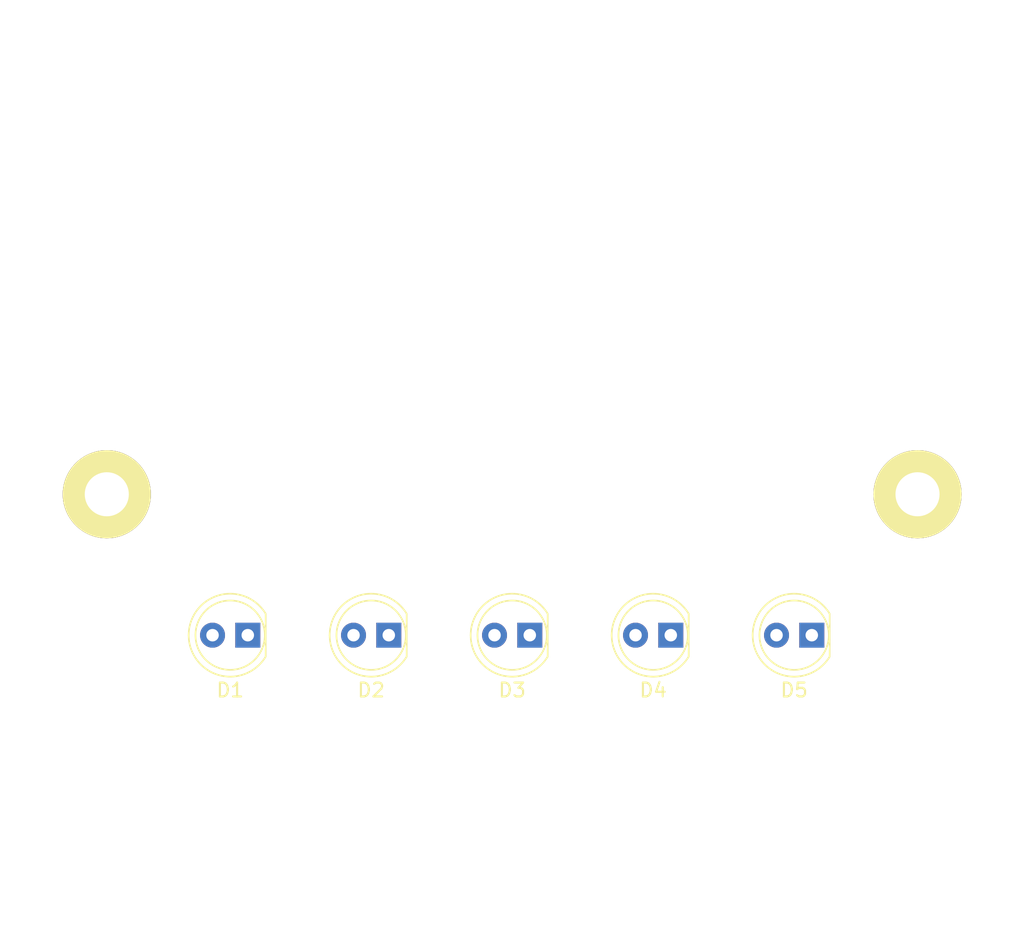
<source format=kicad_pcb>
(kicad_pcb (version 20171130) (host pcbnew "(5.1.5)-3")

  (general
    (thickness 1.6)
    (drawings 41)
    (tracks 0)
    (zones 0)
    (modules 7)
    (nets 11)
  )

  (page A)
  (title_block
    (date 2021-08-02)
  )

  (layers
    (0 F.Cu signal)
    (31 B.Cu signal)
    (32 B.Adhes user)
    (33 F.Adhes user)
    (34 B.Paste user)
    (35 F.Paste user)
    (36 B.SilkS user)
    (37 F.SilkS user)
    (38 B.Mask user)
    (39 F.Mask user)
    (40 Dwgs.User user)
    (41 Cmts.User user)
    (42 Eco1.User user)
    (43 Eco2.User user)
    (44 Edge.Cuts user)
    (45 Margin user)
    (46 B.CrtYd user)
    (47 F.CrtYd user)
    (48 B.Fab user)
    (49 F.Fab user)
  )

  (setup
    (last_trace_width 0.25)
    (trace_clearance 0.2)
    (zone_clearance 0.508)
    (zone_45_only no)
    (trace_min 0.2)
    (via_size 0.8)
    (via_drill 0.4)
    (via_min_size 0.4)
    (via_min_drill 0.3)
    (uvia_size 0.3)
    (uvia_drill 0.1)
    (uvias_allowed no)
    (uvia_min_size 0.2)
    (uvia_min_drill 0.1)
    (edge_width 0.05)
    (segment_width 0.2)
    (pcb_text_width 0.3)
    (pcb_text_size 1.5 1.5)
    (mod_edge_width 0.12)
    (mod_text_size 1 1)
    (mod_text_width 0.15)
    (pad_size 1.524 1.524)
    (pad_drill 0.762)
    (pad_to_mask_clearance 0.051)
    (solder_mask_min_width 0.25)
    (aux_axis_origin 0 0)
    (visible_elements FFFFFF7F)
    (pcbplotparams
      (layerselection 0x010fc_ffffffff)
      (usegerberextensions false)
      (usegerberattributes false)
      (usegerberadvancedattributes false)
      (creategerberjobfile false)
      (excludeedgelayer true)
      (linewidth 0.100000)
      (plotframeref false)
      (viasonmask false)
      (mode 1)
      (useauxorigin false)
      (hpglpennumber 1)
      (hpglpenspeed 20)
      (hpglpendiameter 15.000000)
      (psnegative false)
      (psa4output false)
      (plotreference true)
      (plotvalue true)
      (plotinvisibletext false)
      (padsonsilk false)
      (subtractmaskfromsilk false)
      (outputformat 1)
      (mirror false)
      (drillshape 1)
      (scaleselection 1)
      (outputdirectory ""))
  )

  (net 0 "")
  (net 1 "Net-(D1-Pad1)")
  (net 2 "Net-(D1-Pad2)")
  (net 3 "Net-(D2-Pad2)")
  (net 4 "Net-(D2-Pad1)")
  (net 5 "Net-(D3-Pad1)")
  (net 6 "Net-(D3-Pad2)")
  (net 7 "Net-(D4-Pad2)")
  (net 8 "Net-(D4-Pad1)")
  (net 9 "Net-(D5-Pad1)")
  (net 10 "Net-(D5-Pad2)")

  (net_class Default "This is the default net class."
    (clearance 0.2)
    (trace_width 0.25)
    (via_dia 0.8)
    (via_drill 0.4)
    (uvia_dia 0.3)
    (uvia_drill 0.1)
    (add_net "Net-(D1-Pad1)")
    (add_net "Net-(D1-Pad2)")
    (add_net "Net-(D2-Pad1)")
    (add_net "Net-(D2-Pad2)")
    (add_net "Net-(D3-Pad1)")
    (add_net "Net-(D3-Pad2)")
    (add_net "Net-(D4-Pad1)")
    (add_net "Net-(D4-Pad2)")
    (add_net "Net-(D5-Pad1)")
    (add_net "Net-(D5-Pad2)")
  )

  (module LED_THT:LED_D5.0mm (layer F.Cu) (tedit 5995936A) (tstamp 610888C6)
    (at 38.1 58.42 180)
    (descr "LED, diameter 5.0mm, 2 pins, http://cdn-reichelt.de/documents/datenblatt/A500/LL-504BC2E-009.pdf")
    (tags "LED diameter 5.0mm 2 pins")
    (path /6108C83D)
    (fp_text reference D1 (at 1.27 -3.96) (layer F.SilkS)
      (effects (font (size 1 1) (thickness 0.15)))
    )
    (fp_text value LED_ALT (at 1.27 3.96) (layer F.Fab)
      (effects (font (size 1 1) (thickness 0.15)))
    )
    (fp_arc (start 1.27 0) (end -1.23 -1.469694) (angle 299.1) (layer F.Fab) (width 0.1))
    (fp_arc (start 1.27 0) (end -1.29 -1.54483) (angle 148.9) (layer F.SilkS) (width 0.12))
    (fp_arc (start 1.27 0) (end -1.29 1.54483) (angle -148.9) (layer F.SilkS) (width 0.12))
    (fp_circle (center 1.27 0) (end 3.77 0) (layer F.Fab) (width 0.1))
    (fp_circle (center 1.27 0) (end 3.77 0) (layer F.SilkS) (width 0.12))
    (fp_line (start -1.23 -1.469694) (end -1.23 1.469694) (layer F.Fab) (width 0.1))
    (fp_line (start -1.29 -1.545) (end -1.29 1.545) (layer F.SilkS) (width 0.12))
    (fp_line (start -1.95 -3.25) (end -1.95 3.25) (layer F.CrtYd) (width 0.05))
    (fp_line (start -1.95 3.25) (end 4.5 3.25) (layer F.CrtYd) (width 0.05))
    (fp_line (start 4.5 3.25) (end 4.5 -3.25) (layer F.CrtYd) (width 0.05))
    (fp_line (start 4.5 -3.25) (end -1.95 -3.25) (layer F.CrtYd) (width 0.05))
    (fp_text user %R (at 1.25 0) (layer F.Fab)
      (effects (font (size 0.8 0.8) (thickness 0.2)))
    )
    (pad 1 thru_hole rect (at 0 0 180) (size 1.8 1.8) (drill 0.9) (layers *.Cu *.Mask)
      (net 1 "Net-(D1-Pad1)"))
    (pad 2 thru_hole circle (at 2.54 0 180) (size 1.8 1.8) (drill 0.9) (layers *.Cu *.Mask)
      (net 2 "Net-(D1-Pad2)"))
    (model ${KISYS3DMOD}/LED_THT.3dshapes/LED_D5.0mm.wrl
      (at (xyz 0 0 0))
      (scale (xyz 1 1 1))
      (rotate (xyz 0 0 0))
    )
  )

  (module LED_THT:LED_D5.0mm (layer F.Cu) (tedit 5995936A) (tstamp 610888D8)
    (at 48.26 58.42 180)
    (descr "LED, diameter 5.0mm, 2 pins, http://cdn-reichelt.de/documents/datenblatt/A500/LL-504BC2E-009.pdf")
    (tags "LED diameter 5.0mm 2 pins")
    (path /6108DA52)
    (fp_text reference D2 (at 1.27 -3.96) (layer F.SilkS)
      (effects (font (size 1 1) (thickness 0.15)))
    )
    (fp_text value LED_ALT (at 1.27 3.96) (layer F.Fab)
      (effects (font (size 1 1) (thickness 0.15)))
    )
    (fp_text user %R (at 1.25 0) (layer F.Fab)
      (effects (font (size 0.8 0.8) (thickness 0.2)))
    )
    (fp_line (start 4.5 -3.25) (end -1.95 -3.25) (layer F.CrtYd) (width 0.05))
    (fp_line (start 4.5 3.25) (end 4.5 -3.25) (layer F.CrtYd) (width 0.05))
    (fp_line (start -1.95 3.25) (end 4.5 3.25) (layer F.CrtYd) (width 0.05))
    (fp_line (start -1.95 -3.25) (end -1.95 3.25) (layer F.CrtYd) (width 0.05))
    (fp_line (start -1.29 -1.545) (end -1.29 1.545) (layer F.SilkS) (width 0.12))
    (fp_line (start -1.23 -1.469694) (end -1.23 1.469694) (layer F.Fab) (width 0.1))
    (fp_circle (center 1.27 0) (end 3.77 0) (layer F.SilkS) (width 0.12))
    (fp_circle (center 1.27 0) (end 3.77 0) (layer F.Fab) (width 0.1))
    (fp_arc (start 1.27 0) (end -1.29 1.54483) (angle -148.9) (layer F.SilkS) (width 0.12))
    (fp_arc (start 1.27 0) (end -1.29 -1.54483) (angle 148.9) (layer F.SilkS) (width 0.12))
    (fp_arc (start 1.27 0) (end -1.23 -1.469694) (angle 299.1) (layer F.Fab) (width 0.1))
    (pad 2 thru_hole circle (at 2.54 0 180) (size 1.8 1.8) (drill 0.9) (layers *.Cu *.Mask)
      (net 3 "Net-(D2-Pad2)"))
    (pad 1 thru_hole rect (at 0 0 180) (size 1.8 1.8) (drill 0.9) (layers *.Cu *.Mask)
      (net 4 "Net-(D2-Pad1)"))
    (model ${KISYS3DMOD}/LED_THT.3dshapes/LED_D5.0mm.wrl
      (at (xyz 0 0 0))
      (scale (xyz 1 1 1))
      (rotate (xyz 0 0 0))
    )
  )

  (module LED_THT:LED_D5.0mm (layer F.Cu) (tedit 5995936A) (tstamp 610888EA)
    (at 58.42 58.42 180)
    (descr "LED, diameter 5.0mm, 2 pins, http://cdn-reichelt.de/documents/datenblatt/A500/LL-504BC2E-009.pdf")
    (tags "LED diameter 5.0mm 2 pins")
    (path /6108EA8B)
    (fp_text reference D3 (at 1.27 -3.96) (layer F.SilkS)
      (effects (font (size 1 1) (thickness 0.15)))
    )
    (fp_text value LED_ALT (at 1.27 3.96) (layer F.Fab)
      (effects (font (size 1 1) (thickness 0.15)))
    )
    (fp_arc (start 1.27 0) (end -1.23 -1.469694) (angle 299.1) (layer F.Fab) (width 0.1))
    (fp_arc (start 1.27 0) (end -1.29 -1.54483) (angle 148.9) (layer F.SilkS) (width 0.12))
    (fp_arc (start 1.27 0) (end -1.29 1.54483) (angle -148.9) (layer F.SilkS) (width 0.12))
    (fp_circle (center 1.27 0) (end 3.77 0) (layer F.Fab) (width 0.1))
    (fp_circle (center 1.27 0) (end 3.77 0) (layer F.SilkS) (width 0.12))
    (fp_line (start -1.23 -1.469694) (end -1.23 1.469694) (layer F.Fab) (width 0.1))
    (fp_line (start -1.29 -1.545) (end -1.29 1.545) (layer F.SilkS) (width 0.12))
    (fp_line (start -1.95 -3.25) (end -1.95 3.25) (layer F.CrtYd) (width 0.05))
    (fp_line (start -1.95 3.25) (end 4.5 3.25) (layer F.CrtYd) (width 0.05))
    (fp_line (start 4.5 3.25) (end 4.5 -3.25) (layer F.CrtYd) (width 0.05))
    (fp_line (start 4.5 -3.25) (end -1.95 -3.25) (layer F.CrtYd) (width 0.05))
    (fp_text user %R (at 1.25 0) (layer F.Fab)
      (effects (font (size 0.8 0.8) (thickness 0.2)))
    )
    (pad 1 thru_hole rect (at 0 0 180) (size 1.8 1.8) (drill 0.9) (layers *.Cu *.Mask)
      (net 5 "Net-(D3-Pad1)"))
    (pad 2 thru_hole circle (at 2.54 0 180) (size 1.8 1.8) (drill 0.9) (layers *.Cu *.Mask)
      (net 6 "Net-(D3-Pad2)"))
    (model ${KISYS3DMOD}/LED_THT.3dshapes/LED_D5.0mm.wrl
      (at (xyz 0 0 0))
      (scale (xyz 1 1 1))
      (rotate (xyz 0 0 0))
    )
  )

  (module LED_THT:LED_D5.0mm (layer F.Cu) (tedit 5995936A) (tstamp 610888FC)
    (at 68.58 58.42 180)
    (descr "LED, diameter 5.0mm, 2 pins, http://cdn-reichelt.de/documents/datenblatt/A500/LL-504BC2E-009.pdf")
    (tags "LED diameter 5.0mm 2 pins")
    (path /6108EA95)
    (fp_text reference D4 (at 1.27 -3.96) (layer F.SilkS)
      (effects (font (size 1 1) (thickness 0.15)))
    )
    (fp_text value LED_ALT (at 1.27 3.96) (layer F.Fab)
      (effects (font (size 1 1) (thickness 0.15)))
    )
    (fp_text user %R (at 1.25 0) (layer F.Fab)
      (effects (font (size 0.8 0.8) (thickness 0.2)))
    )
    (fp_line (start 4.5 -3.25) (end -1.95 -3.25) (layer F.CrtYd) (width 0.05))
    (fp_line (start 4.5 3.25) (end 4.5 -3.25) (layer F.CrtYd) (width 0.05))
    (fp_line (start -1.95 3.25) (end 4.5 3.25) (layer F.CrtYd) (width 0.05))
    (fp_line (start -1.95 -3.25) (end -1.95 3.25) (layer F.CrtYd) (width 0.05))
    (fp_line (start -1.29 -1.545) (end -1.29 1.545) (layer F.SilkS) (width 0.12))
    (fp_line (start -1.23 -1.469694) (end -1.23 1.469694) (layer F.Fab) (width 0.1))
    (fp_circle (center 1.27 0) (end 3.77 0) (layer F.SilkS) (width 0.12))
    (fp_circle (center 1.27 0) (end 3.77 0) (layer F.Fab) (width 0.1))
    (fp_arc (start 1.27 0) (end -1.29 1.54483) (angle -148.9) (layer F.SilkS) (width 0.12))
    (fp_arc (start 1.27 0) (end -1.29 -1.54483) (angle 148.9) (layer F.SilkS) (width 0.12))
    (fp_arc (start 1.27 0) (end -1.23 -1.469694) (angle 299.1) (layer F.Fab) (width 0.1))
    (pad 2 thru_hole circle (at 2.54 0 180) (size 1.8 1.8) (drill 0.9) (layers *.Cu *.Mask)
      (net 7 "Net-(D4-Pad2)"))
    (pad 1 thru_hole rect (at 0 0 180) (size 1.8 1.8) (drill 0.9) (layers *.Cu *.Mask)
      (net 8 "Net-(D4-Pad1)"))
    (model ${KISYS3DMOD}/LED_THT.3dshapes/LED_D5.0mm.wrl
      (at (xyz 0 0 0))
      (scale (xyz 1 1 1))
      (rotate (xyz 0 0 0))
    )
  )

  (module LED_THT:LED_D5.0mm (layer F.Cu) (tedit 5995936A) (tstamp 6108890E)
    (at 78.74 58.42 180)
    (descr "LED, diameter 5.0mm, 2 pins, http://cdn-reichelt.de/documents/datenblatt/A500/LL-504BC2E-009.pdf")
    (tags "LED diameter 5.0mm 2 pins")
    (path /6108FCDF)
    (fp_text reference D5 (at 1.27 -3.96) (layer F.SilkS)
      (effects (font (size 1 1) (thickness 0.15)))
    )
    (fp_text value LED_ALT (at 1.27 3.96) (layer F.Fab)
      (effects (font (size 1 1) (thickness 0.15)))
    )
    (fp_arc (start 1.27 0) (end -1.23 -1.469694) (angle 299.1) (layer F.Fab) (width 0.1))
    (fp_arc (start 1.27 0) (end -1.29 -1.54483) (angle 148.9) (layer F.SilkS) (width 0.12))
    (fp_arc (start 1.27 0) (end -1.29 1.54483) (angle -148.9) (layer F.SilkS) (width 0.12))
    (fp_circle (center 1.27 0) (end 3.77 0) (layer F.Fab) (width 0.1))
    (fp_circle (center 1.27 0) (end 3.77 0) (layer F.SilkS) (width 0.12))
    (fp_line (start -1.23 -1.469694) (end -1.23 1.469694) (layer F.Fab) (width 0.1))
    (fp_line (start -1.29 -1.545) (end -1.29 1.545) (layer F.SilkS) (width 0.12))
    (fp_line (start -1.95 -3.25) (end -1.95 3.25) (layer F.CrtYd) (width 0.05))
    (fp_line (start -1.95 3.25) (end 4.5 3.25) (layer F.CrtYd) (width 0.05))
    (fp_line (start 4.5 3.25) (end 4.5 -3.25) (layer F.CrtYd) (width 0.05))
    (fp_line (start 4.5 -3.25) (end -1.95 -3.25) (layer F.CrtYd) (width 0.05))
    (fp_text user %R (at 1.25 0) (layer F.Fab)
      (effects (font (size 0.8 0.8) (thickness 0.2)))
    )
    (pad 1 thru_hole rect (at 0 0 180) (size 1.8 1.8) (drill 0.9) (layers *.Cu *.Mask)
      (net 9 "Net-(D5-Pad1)"))
    (pad 2 thru_hole circle (at 2.54 0 180) (size 1.8 1.8) (drill 0.9) (layers *.Cu *.Mask)
      (net 10 "Net-(D5-Pad2)"))
    (model ${KISYS3DMOD}/LED_THT.3dshapes/LED_D5.0mm.wrl
      (at (xyz 0 0 0))
      (scale (xyz 1 1 1))
      (rotate (xyz 0 0 0))
    )
  )

  (module LandBoards_MountHoles:MTG-4-40 (layer F.Cu) (tedit 5CF905B3) (tstamp 61088936)
    (at 27.94 48.26 270)
    (path /610972E3)
    (fp_text reference MTG1 (at -6.858 -0.635 90) (layer F.SilkS) hide
      (effects (font (size 1 1) (thickness 0.25)))
    )
    (fp_text value MTG_HOLE (at 0 -5.08 90) (layer F.SilkS) hide
      (effects (font (size 1.524 1.524) (thickness 0.3048)))
    )
    (fp_circle (center 0 0) (end 3.352745 0) (layer F.CrtYd) (width 0.05))
    (pad 1 thru_hole circle (at 0 0 270) (size 6.35 6.35) (drill 3.175) (layers *.Cu *.Mask F.SilkS))
  )

  (module LandBoards_MountHoles:MTG-4-40 (layer F.Cu) (tedit 5CF905B3) (tstamp 6108893C)
    (at 86.36 48.26 270)
    (path /6109718E)
    (fp_text reference MTG2 (at -6.858 -0.635 90) (layer F.SilkS) hide
      (effects (font (size 1 1) (thickness 0.25)))
    )
    (fp_text value MTG_HOLE (at 0 -5.08 90) (layer F.SilkS) hide
      (effects (font (size 1.524 1.524) (thickness 0.3048)))
    )
    (fp_circle (center 0 0) (end 3.352745 0) (layer F.CrtYd) (width 0.05))
    (pad 1 thru_hole circle (at 0 0 270) (size 6.35 6.35) (drill 3.175) (layers *.Cu *.Mask F.SilkS))
  )

  (gr_line (start 27.94 53.34) (end 27.94 41.91) (layer Dwgs.User) (width 0.15))
  (gr_line (start 36.83 53.34) (end 36.83 41.91) (layer Dwgs.User) (width 0.15))
  (gr_line (start 46.99 53.34) (end 46.99 41.91) (layer Dwgs.User) (width 0.15))
  (gr_line (start 57.15 53.34) (end 57.15 41.91) (layer Dwgs.User) (width 0.15))
  (gr_line (start 67.31 53.34) (end 67.31 41.91) (layer Dwgs.User) (width 0.15))
  (gr_line (start 77.47 53.34) (end 77.47 41.91) (layer Dwgs.User) (width 0.15))
  (gr_line (start 86.36 55.88) (end 86.36 43.18) (layer Dwgs.User) (width 0.15))
  (gr_line (start 22.86 48.26) (end 93.98 48.26) (layer Dwgs.User) (width 0.15) (tstamp 6108E65A))
  (gr_line (start 93.98 12.7) (end 93.98 15.24) (layer Dwgs.User) (width 0.15) (tstamp 6108E615))
  (gr_line (start 20.32 12.7) (end 93.98 12.7) (layer Dwgs.User) (width 0.15))
  (gr_line (start 20.32 15.24) (end 20.32 12.7) (layer Dwgs.User) (width 0.15))
  (gr_line (start 20.32 15.24) (end 20.32 17.78) (layer Dwgs.User) (width 0.15) (tstamp 6108E614))
  (gr_line (start 93.98 15.24) (end 20.32 15.24) (layer Dwgs.User) (width 0.15))
  (gr_line (start 93.98 17.78) (end 93.98 15.24) (layer Dwgs.User) (width 0.15))
  (gr_line (start 93.98 17.78) (end 93.98 20.32) (layer Dwgs.User) (width 0.15) (tstamp 6108E613))
  (gr_line (start 20.32 17.78) (end 93.98 17.78) (layer Dwgs.User) (width 0.15))
  (gr_line (start 20.32 20.32) (end 20.32 17.78) (layer Dwgs.User) (width 0.15))
  (gr_line (start 20.32 20.32) (end 20.32 22.86) (layer Dwgs.User) (width 0.15) (tstamp 6108E56E))
  (gr_line (start 93.98 20.32) (end 20.32 20.32) (layer Dwgs.User) (width 0.15))
  (gr_line (start 93.98 22.86) (end 93.98 20.32) (layer Dwgs.User) (width 0.15))
  (gr_line (start 93.98 22.86) (end 93.98 25.4) (layer Dwgs.User) (width 0.15) (tstamp 6108E56D))
  (gr_line (start 20.32 22.86) (end 93.98 22.86) (layer Dwgs.User) (width 0.15))
  (gr_line (start 20.32 25.4) (end 20.32 22.86) (layer Dwgs.User) (width 0.15))
  (gr_line (start 20.32 33.02) (end 20.32 35.56) (layer Dwgs.User) (width 0.15) (tstamp 6108E56C))
  (gr_line (start 93.98 27.94) (end 93.98 35.56) (layer Dwgs.User) (width 0.15) (tstamp 6108E56B))
  (gr_line (start 20.32 27.94) (end 93.98 27.94) (layer Dwgs.User) (width 0.15))
  (gr_line (start 20.32 25.4) (end 20.32 30.48) (layer Dwgs.User) (width 0.15) (tstamp 6108E56A))
  (gr_line (start 93.98 25.4) (end 20.32 25.4) (layer Dwgs.User) (width 0.15))
  (gr_line (start 93.98 30.48) (end 93.98 25.4) (layer Dwgs.User) (width 0.15))
  (gr_line (start 20.32 30.48) (end 93.98 30.48) (layer Dwgs.User) (width 0.15))
  (gr_line (start 20.32 33.02) (end 20.32 30.48) (layer Dwgs.User) (width 0.15))
  (gr_line (start 93.98 33.02) (end 20.32 33.02) (layer Dwgs.User) (width 0.15))
  (gr_line (start 93.98 35.56) (end 93.98 33.02) (layer Dwgs.User) (width 0.15))
  (gr_line (start 20.32 35.56) (end 93.98 35.56) (layer Dwgs.User) (width 0.15))
  (dimension 7.62 (width 0.15) (layer Dwgs.User)
    (gr_text "0.3000 in" (at 82.55 69.88) (layer Dwgs.User)
      (effects (font (size 1 1) (thickness 0.15)))
    )
    (feature1 (pts (xy 86.36 55.88) (xy 86.36 69.166421)))
    (feature2 (pts (xy 78.74 55.88) (xy 78.74 69.166421)))
    (crossbar (pts (xy 78.74 68.58) (xy 86.36 68.58)))
    (arrow1a (pts (xy 86.36 68.58) (xy 85.233496 69.166421)))
    (arrow1b (pts (xy 86.36 68.58) (xy 85.233496 67.993579)))
    (arrow2a (pts (xy 78.74 68.58) (xy 79.866504 69.166421)))
    (arrow2b (pts (xy 78.74 68.58) (xy 79.866504 67.993579)))
  )
  (dimension 7.62 (width 0.15) (layer Dwgs.User)
    (gr_text "0.3000 in" (at 31.75 69.88) (layer Dwgs.User)
      (effects (font (size 1 1) (thickness 0.15)))
    )
    (feature1 (pts (xy 35.56 55.88) (xy 35.56 69.166421)))
    (feature2 (pts (xy 27.94 55.88) (xy 27.94 69.166421)))
    (crossbar (pts (xy 27.94 68.58) (xy 35.56 68.58)))
    (arrow1a (pts (xy 35.56 68.58) (xy 34.433496 69.166421)))
    (arrow1b (pts (xy 35.56 68.58) (xy 34.433496 67.993579)))
    (arrow2a (pts (xy 27.94 68.58) (xy 29.066504 69.166421)))
    (arrow2b (pts (xy 27.94 68.58) (xy 29.066504 67.993579)))
  )
  (dimension 58.42 (width 0.15) (layer Dwgs.User)
    (gr_text "2.3000 in" (at 57.15 80.04) (layer Dwgs.User)
      (effects (font (size 1 1) (thickness 0.15)))
    )
    (feature1 (pts (xy 86.36 55.88) (xy 86.36 79.326421)))
    (feature2 (pts (xy 27.94 55.88) (xy 27.94 79.326421)))
    (crossbar (pts (xy 27.94 78.74) (xy 86.36 78.74)))
    (arrow1a (pts (xy 86.36 78.74) (xy 85.233496 79.326421)))
    (arrow1b (pts (xy 86.36 78.74) (xy 85.233496 78.153579)))
    (arrow2a (pts (xy 27.94 78.74) (xy 29.066504 79.326421)))
    (arrow2b (pts (xy 27.94 78.74) (xy 29.066504 78.153579)))
  )
  (dimension 10.16 (width 0.15) (layer Dwgs.User)
    (gr_text "0.4000 in" (at 71.12 69.88) (layer Dwgs.User)
      (effects (font (size 1 1) (thickness 0.15)))
    )
    (feature1 (pts (xy 76.2 55.88) (xy 76.2 69.166421)))
    (feature2 (pts (xy 66.04 55.88) (xy 66.04 69.166421)))
    (crossbar (pts (xy 66.04 68.58) (xy 76.2 68.58)))
    (arrow1a (pts (xy 76.2 68.58) (xy 75.073496 69.166421)))
    (arrow1b (pts (xy 76.2 68.58) (xy 75.073496 67.993579)))
    (arrow2a (pts (xy 66.04 68.58) (xy 67.166504 69.166421)))
    (arrow2b (pts (xy 66.04 68.58) (xy 67.166504 67.993579)))
  )
  (dimension 10.16 (width 0.15) (layer Dwgs.User)
    (gr_text "0.4000 in" (at 60.96 69.88) (layer Dwgs.User)
      (effects (font (size 1 1) (thickness 0.15)))
    )
    (feature1 (pts (xy 66.04 55.88) (xy 66.04 69.166421)))
    (feature2 (pts (xy 55.88 55.88) (xy 55.88 69.166421)))
    (crossbar (pts (xy 55.88 68.58) (xy 66.04 68.58)))
    (arrow1a (pts (xy 66.04 68.58) (xy 64.913496 69.166421)))
    (arrow1b (pts (xy 66.04 68.58) (xy 64.913496 67.993579)))
    (arrow2a (pts (xy 55.88 68.58) (xy 57.006504 69.166421)))
    (arrow2b (pts (xy 55.88 68.58) (xy 57.006504 67.993579)))
  )
  (dimension 10.16 (width 0.15) (layer Dwgs.User)
    (gr_text "0.4000 in" (at 50.8 69.88) (layer Dwgs.User)
      (effects (font (size 1 1) (thickness 0.15)))
    )
    (feature1 (pts (xy 55.88 55.88) (xy 55.88 69.166421)))
    (feature2 (pts (xy 45.72 55.88) (xy 45.72 69.166421)))
    (crossbar (pts (xy 45.72 68.58) (xy 55.88 68.58)))
    (arrow1a (pts (xy 55.88 68.58) (xy 54.753496 69.166421)))
    (arrow1b (pts (xy 55.88 68.58) (xy 54.753496 67.993579)))
    (arrow2a (pts (xy 45.72 68.58) (xy 46.846504 69.166421)))
    (arrow2b (pts (xy 45.72 68.58) (xy 46.846504 67.993579)))
  )
  (dimension 10.16 (width 0.15) (layer Dwgs.User)
    (gr_text "0.4000 in" (at 40.64 69.88) (layer Dwgs.User)
      (effects (font (size 1 1) (thickness 0.15)))
    )
    (feature1 (pts (xy 45.72 55.88) (xy 45.72 69.166421)))
    (feature2 (pts (xy 35.56 55.88) (xy 35.56 69.166421)))
    (crossbar (pts (xy 35.56 68.58) (xy 45.72 68.58)))
    (arrow1a (pts (xy 45.72 68.58) (xy 44.593496 69.166421)))
    (arrow1b (pts (xy 45.72 68.58) (xy 44.593496 67.993579)))
    (arrow2a (pts (xy 35.56 68.58) (xy 36.686504 69.166421)))
    (arrow2b (pts (xy 35.56 68.58) (xy 36.686504 67.993579)))
  )

)

</source>
